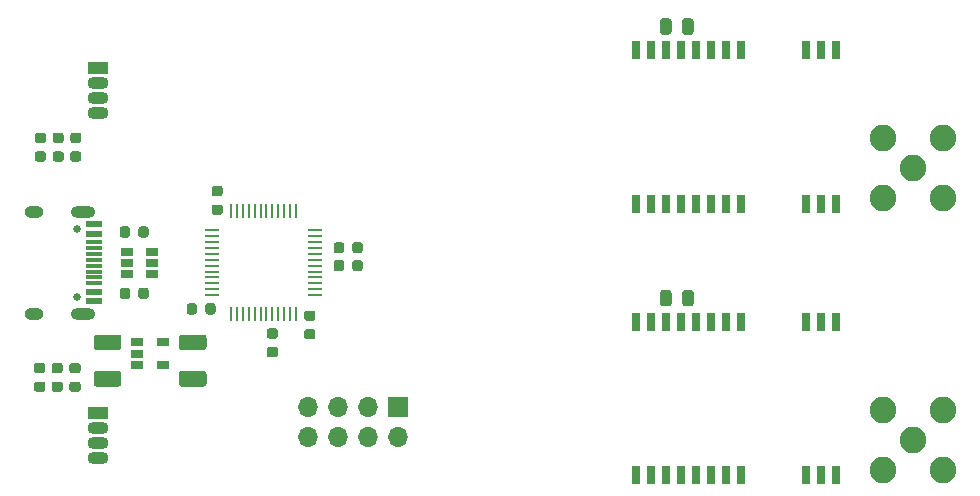
<source format=gbr>
G04 #@! TF.GenerationSoftware,KiCad,Pcbnew,5.1.8-db9833491~87~ubuntu20.04.1*
G04 #@! TF.CreationDate,2020-11-19T11:44:44+01:00*
G04 #@! TF.ProjectId,daisy,64616973-792e-46b6-9963-61645f706362,v1.0*
G04 #@! TF.SameCoordinates,Original*
G04 #@! TF.FileFunction,Soldermask,Top*
G04 #@! TF.FilePolarity,Negative*
%FSLAX46Y46*%
G04 Gerber Fmt 4.6, Leading zero omitted, Abs format (unit mm)*
G04 Created by KiCad (PCBNEW 5.1.8-db9833491~87~ubuntu20.04.1) date 2020-11-19 11:44:44*
%MOMM*%
%LPD*%
G01*
G04 APERTURE LIST*
%ADD10C,2.250000*%
%ADD11O,1.600000X1.000000*%
%ADD12C,0.650000*%
%ADD13O,2.100000X1.000000*%
%ADD14R,1.450000X0.300000*%
%ADD15R,1.450000X0.600000*%
%ADD16R,1.300000X0.250000*%
%ADD17R,0.250000X1.300000*%
%ADD18R,1.060000X0.650000*%
%ADD19O,1.800000X1.070000*%
%ADD20R,1.800000X1.070000*%
%ADD21R,1.700000X1.700000*%
%ADD22O,1.700000X1.700000*%
%ADD23R,0.750000X1.500000*%
G04 APERTURE END LIST*
D10*
X196000000Y-128500000D03*
X193460000Y-131040000D03*
X198540000Y-131040000D03*
X198540000Y-125960000D03*
X193460000Y-125960000D03*
X196000000Y-105500000D03*
X193460000Y-108040000D03*
X198540000Y-108040000D03*
X198540000Y-102960000D03*
X193460000Y-102960000D03*
D11*
X121530000Y-117820000D03*
D12*
X125180000Y-116390000D03*
D11*
X121530000Y-109180000D03*
D12*
X125180000Y-110610000D03*
D13*
X125710000Y-109180000D03*
X125710000Y-117820000D03*
D14*
X126625000Y-113250000D03*
X126625000Y-115250000D03*
X126625000Y-114750000D03*
X126625000Y-114250000D03*
X126625000Y-113750000D03*
X126625000Y-112750000D03*
X126625000Y-112250000D03*
X126625000Y-111750000D03*
D15*
X126625000Y-116750000D03*
X126625000Y-115950000D03*
X126625000Y-111050000D03*
X126625000Y-110250000D03*
X126625000Y-110250000D03*
X126625000Y-111050000D03*
X126625000Y-115950000D03*
X126625000Y-116750000D03*
D16*
X145350000Y-116250000D03*
X145350000Y-115750000D03*
X145350000Y-115250000D03*
X145350000Y-114750000D03*
X145350000Y-114250000D03*
X145350000Y-113750000D03*
X145350000Y-113250000D03*
X145350000Y-112750000D03*
X145350000Y-112250000D03*
X145350000Y-111750000D03*
X145350000Y-111250000D03*
X145350000Y-110750000D03*
D17*
X143750000Y-109150000D03*
X143250000Y-109150000D03*
X142750000Y-109150000D03*
X142250000Y-109150000D03*
X141750000Y-109150000D03*
X141250000Y-109150000D03*
X140750000Y-109150000D03*
X140250000Y-109150000D03*
X139750000Y-109150000D03*
X139250000Y-109150000D03*
X138750000Y-109150000D03*
X138250000Y-109150000D03*
D16*
X136650000Y-110750000D03*
X136650000Y-111250000D03*
X136650000Y-111750000D03*
X136650000Y-112250000D03*
X136650000Y-112750000D03*
X136650000Y-113250000D03*
X136650000Y-113750000D03*
X136650000Y-114250000D03*
X136650000Y-114750000D03*
X136650000Y-115250000D03*
X136650000Y-115750000D03*
X136650000Y-116250000D03*
D17*
X138250000Y-117850000D03*
X138750000Y-117850000D03*
X139250000Y-117850000D03*
X139750000Y-117850000D03*
X140250000Y-117850000D03*
X140750000Y-117850000D03*
X141250000Y-117850000D03*
X141750000Y-117850000D03*
X142250000Y-117850000D03*
X142750000Y-117850000D03*
X143250000Y-117850000D03*
X143750000Y-117850000D03*
G36*
G01*
X131275000Y-110643750D02*
X131275000Y-111156250D01*
G75*
G02*
X131056250Y-111375000I-218750J0D01*
G01*
X130618750Y-111375000D01*
G75*
G02*
X130400000Y-111156250I0J218750D01*
G01*
X130400000Y-110643750D01*
G75*
G02*
X130618750Y-110425000I218750J0D01*
G01*
X131056250Y-110425000D01*
G75*
G02*
X131275000Y-110643750I0J-218750D01*
G01*
G37*
G36*
G01*
X129700000Y-110643750D02*
X129700000Y-111156250D01*
G75*
G02*
X129481250Y-111375000I-218750J0D01*
G01*
X129043750Y-111375000D01*
G75*
G02*
X128825000Y-111156250I0J218750D01*
G01*
X128825000Y-110643750D01*
G75*
G02*
X129043750Y-110425000I218750J0D01*
G01*
X129481250Y-110425000D01*
G75*
G02*
X129700000Y-110643750I0J-218750D01*
G01*
G37*
G36*
G01*
X126874998Y-122665000D02*
X128725002Y-122665000D01*
G75*
G02*
X128975000Y-122914998I0J-249998D01*
G01*
X128975000Y-123740002D01*
G75*
G02*
X128725002Y-123990000I-249998J0D01*
G01*
X126874998Y-123990000D01*
G75*
G02*
X126625000Y-123740002I0J249998D01*
G01*
X126625000Y-122914998D01*
G75*
G02*
X126874998Y-122665000I249998J0D01*
G01*
G37*
G36*
G01*
X126874998Y-119590000D02*
X128725002Y-119590000D01*
G75*
G02*
X128975000Y-119839998I0J-249998D01*
G01*
X128975000Y-120665002D01*
G75*
G02*
X128725002Y-120915000I-249998J0D01*
G01*
X126874998Y-120915000D01*
G75*
G02*
X126625000Y-120665002I0J249998D01*
G01*
X126625000Y-119839998D01*
G75*
G02*
X126874998Y-119590000I249998J0D01*
G01*
G37*
G36*
G01*
X134074998Y-119587500D02*
X135925002Y-119587500D01*
G75*
G02*
X136175000Y-119837498I0J-249998D01*
G01*
X136175000Y-120662502D01*
G75*
G02*
X135925002Y-120912500I-249998J0D01*
G01*
X134074998Y-120912500D01*
G75*
G02*
X133825000Y-120662502I0J249998D01*
G01*
X133825000Y-119837498D01*
G75*
G02*
X134074998Y-119587500I249998J0D01*
G01*
G37*
G36*
G01*
X134074998Y-122662500D02*
X135925002Y-122662500D01*
G75*
G02*
X136175000Y-122912498I0J-249998D01*
G01*
X136175000Y-123737502D01*
G75*
G02*
X135925002Y-123987500I-249998J0D01*
G01*
X134074998Y-123987500D01*
G75*
G02*
X133825000Y-123737502I0J249998D01*
G01*
X133825000Y-122912498D01*
G75*
G02*
X134074998Y-122662500I249998J0D01*
G01*
G37*
G36*
G01*
X135370000Y-117153750D02*
X135370000Y-117666250D01*
G75*
G02*
X135151250Y-117885000I-218750J0D01*
G01*
X134713750Y-117885000D01*
G75*
G02*
X134495000Y-117666250I0J218750D01*
G01*
X134495000Y-117153750D01*
G75*
G02*
X134713750Y-116935000I218750J0D01*
G01*
X135151250Y-116935000D01*
G75*
G02*
X135370000Y-117153750I0J-218750D01*
G01*
G37*
G36*
G01*
X136945000Y-117153750D02*
X136945000Y-117666250D01*
G75*
G02*
X136726250Y-117885000I-218750J0D01*
G01*
X136288750Y-117885000D01*
G75*
G02*
X136070000Y-117666250I0J218750D01*
G01*
X136070000Y-117153750D01*
G75*
G02*
X136288750Y-116935000I218750J0D01*
G01*
X136726250Y-116935000D01*
G75*
G02*
X136945000Y-117153750I0J-218750D01*
G01*
G37*
G36*
G01*
X144653750Y-117545000D02*
X145166250Y-117545000D01*
G75*
G02*
X145385000Y-117763750I0J-218750D01*
G01*
X145385000Y-118201250D01*
G75*
G02*
X145166250Y-118420000I-218750J0D01*
G01*
X144653750Y-118420000D01*
G75*
G02*
X144435000Y-118201250I0J218750D01*
G01*
X144435000Y-117763750D01*
G75*
G02*
X144653750Y-117545000I218750J0D01*
G01*
G37*
G36*
G01*
X144653750Y-119120000D02*
X145166250Y-119120000D01*
G75*
G02*
X145385000Y-119338750I0J-218750D01*
G01*
X145385000Y-119776250D01*
G75*
G02*
X145166250Y-119995000I-218750J0D01*
G01*
X144653750Y-119995000D01*
G75*
G02*
X144435000Y-119776250I0J218750D01*
G01*
X144435000Y-119338750D01*
G75*
G02*
X144653750Y-119120000I218750J0D01*
G01*
G37*
G36*
G01*
X137336250Y-107870000D02*
X136823750Y-107870000D01*
G75*
G02*
X136605000Y-107651250I0J218750D01*
G01*
X136605000Y-107213750D01*
G75*
G02*
X136823750Y-106995000I218750J0D01*
G01*
X137336250Y-106995000D01*
G75*
G02*
X137555000Y-107213750I0J-218750D01*
G01*
X137555000Y-107651250D01*
G75*
G02*
X137336250Y-107870000I-218750J0D01*
G01*
G37*
G36*
G01*
X137336250Y-109445000D02*
X136823750Y-109445000D01*
G75*
G02*
X136605000Y-109226250I0J218750D01*
G01*
X136605000Y-108788750D01*
G75*
G02*
X136823750Y-108570000I218750J0D01*
G01*
X137336250Y-108570000D01*
G75*
G02*
X137555000Y-108788750I0J-218750D01*
G01*
X137555000Y-109226250D01*
G75*
G02*
X137336250Y-109445000I-218750J0D01*
G01*
G37*
G36*
G01*
X146945000Y-112496250D02*
X146945000Y-111983750D01*
G75*
G02*
X147163750Y-111765000I218750J0D01*
G01*
X147601250Y-111765000D01*
G75*
G02*
X147820000Y-111983750I0J-218750D01*
G01*
X147820000Y-112496250D01*
G75*
G02*
X147601250Y-112715000I-218750J0D01*
G01*
X147163750Y-112715000D01*
G75*
G02*
X146945000Y-112496250I0J218750D01*
G01*
G37*
G36*
G01*
X148520000Y-112496250D02*
X148520000Y-111983750D01*
G75*
G02*
X148738750Y-111765000I218750J0D01*
G01*
X149176250Y-111765000D01*
G75*
G02*
X149395000Y-111983750I0J-218750D01*
G01*
X149395000Y-112496250D01*
G75*
G02*
X149176250Y-112715000I-218750J0D01*
G01*
X148738750Y-112715000D01*
G75*
G02*
X148520000Y-112496250I0J218750D01*
G01*
G37*
G36*
G01*
X146945000Y-114006250D02*
X146945000Y-113493750D01*
G75*
G02*
X147163750Y-113275000I218750J0D01*
G01*
X147601250Y-113275000D01*
G75*
G02*
X147820000Y-113493750I0J-218750D01*
G01*
X147820000Y-114006250D01*
G75*
G02*
X147601250Y-114225000I-218750J0D01*
G01*
X147163750Y-114225000D01*
G75*
G02*
X146945000Y-114006250I0J218750D01*
G01*
G37*
G36*
G01*
X148520000Y-114006250D02*
X148520000Y-113493750D01*
G75*
G02*
X148738750Y-113275000I218750J0D01*
G01*
X149176250Y-113275000D01*
G75*
G02*
X149395000Y-113493750I0J-218750D01*
G01*
X149395000Y-114006250D01*
G75*
G02*
X149176250Y-114225000I-218750J0D01*
G01*
X148738750Y-114225000D01*
G75*
G02*
X148520000Y-114006250I0J218750D01*
G01*
G37*
G36*
G01*
X129700000Y-115843750D02*
X129700000Y-116356250D01*
G75*
G02*
X129481250Y-116575000I-218750J0D01*
G01*
X129043750Y-116575000D01*
G75*
G02*
X128825000Y-116356250I0J218750D01*
G01*
X128825000Y-115843750D01*
G75*
G02*
X129043750Y-115625000I218750J0D01*
G01*
X129481250Y-115625000D01*
G75*
G02*
X129700000Y-115843750I0J-218750D01*
G01*
G37*
G36*
G01*
X131275000Y-115843750D02*
X131275000Y-116356250D01*
G75*
G02*
X131056250Y-116575000I-218750J0D01*
G01*
X130618750Y-116575000D01*
G75*
G02*
X130400000Y-116356250I0J218750D01*
G01*
X130400000Y-115843750D01*
G75*
G02*
X130618750Y-115625000I218750J0D01*
G01*
X131056250Y-115625000D01*
G75*
G02*
X131275000Y-115843750I0J-218750D01*
G01*
G37*
G36*
G01*
X141493750Y-119055000D02*
X142006250Y-119055000D01*
G75*
G02*
X142225000Y-119273750I0J-218750D01*
G01*
X142225000Y-119711250D01*
G75*
G02*
X142006250Y-119930000I-218750J0D01*
G01*
X141493750Y-119930000D01*
G75*
G02*
X141275000Y-119711250I0J218750D01*
G01*
X141275000Y-119273750D01*
G75*
G02*
X141493750Y-119055000I218750J0D01*
G01*
G37*
G36*
G01*
X141493750Y-120630000D02*
X142006250Y-120630000D01*
G75*
G02*
X142225000Y-120848750I0J-218750D01*
G01*
X142225000Y-121286250D01*
G75*
G02*
X142006250Y-121505000I-218750J0D01*
G01*
X141493750Y-121505000D01*
G75*
G02*
X141275000Y-121286250I0J218750D01*
G01*
X141275000Y-120848750D01*
G75*
G02*
X141493750Y-120630000I218750J0D01*
G01*
G37*
G36*
G01*
X122366250Y-104945000D02*
X121853750Y-104945000D01*
G75*
G02*
X121635000Y-104726250I0J218750D01*
G01*
X121635000Y-104288750D01*
G75*
G02*
X121853750Y-104070000I218750J0D01*
G01*
X122366250Y-104070000D01*
G75*
G02*
X122585000Y-104288750I0J-218750D01*
G01*
X122585000Y-104726250D01*
G75*
G02*
X122366250Y-104945000I-218750J0D01*
G01*
G37*
G36*
G01*
X122366250Y-103370000D02*
X121853750Y-103370000D01*
G75*
G02*
X121635000Y-103151250I0J218750D01*
G01*
X121635000Y-102713750D01*
G75*
G02*
X121853750Y-102495000I218750J0D01*
G01*
X122366250Y-102495000D01*
G75*
G02*
X122585000Y-102713750I0J-218750D01*
G01*
X122585000Y-103151250D01*
G75*
G02*
X122366250Y-103370000I-218750J0D01*
G01*
G37*
G36*
G01*
X123866250Y-103370000D02*
X123353750Y-103370000D01*
G75*
G02*
X123135000Y-103151250I0J218750D01*
G01*
X123135000Y-102713750D01*
G75*
G02*
X123353750Y-102495000I218750J0D01*
G01*
X123866250Y-102495000D01*
G75*
G02*
X124085000Y-102713750I0J-218750D01*
G01*
X124085000Y-103151250D01*
G75*
G02*
X123866250Y-103370000I-218750J0D01*
G01*
G37*
G36*
G01*
X123866250Y-104945000D02*
X123353750Y-104945000D01*
G75*
G02*
X123135000Y-104726250I0J218750D01*
G01*
X123135000Y-104288750D01*
G75*
G02*
X123353750Y-104070000I218750J0D01*
G01*
X123866250Y-104070000D01*
G75*
G02*
X124085000Y-104288750I0J-218750D01*
G01*
X124085000Y-104726250D01*
G75*
G02*
X123866250Y-104945000I-218750J0D01*
G01*
G37*
G36*
G01*
X125366250Y-104945000D02*
X124853750Y-104945000D01*
G75*
G02*
X124635000Y-104726250I0J218750D01*
G01*
X124635000Y-104288750D01*
G75*
G02*
X124853750Y-104070000I218750J0D01*
G01*
X125366250Y-104070000D01*
G75*
G02*
X125585000Y-104288750I0J-218750D01*
G01*
X125585000Y-104726250D01*
G75*
G02*
X125366250Y-104945000I-218750J0D01*
G01*
G37*
G36*
G01*
X125366250Y-103370000D02*
X124853750Y-103370000D01*
G75*
G02*
X124635000Y-103151250I0J218750D01*
G01*
X124635000Y-102713750D01*
G75*
G02*
X124853750Y-102495000I218750J0D01*
G01*
X125366250Y-102495000D01*
G75*
G02*
X125585000Y-102713750I0J-218750D01*
G01*
X125585000Y-103151250D01*
G75*
G02*
X125366250Y-103370000I-218750J0D01*
G01*
G37*
G36*
G01*
X124783750Y-123560000D02*
X125296250Y-123560000D01*
G75*
G02*
X125515000Y-123778750I0J-218750D01*
G01*
X125515000Y-124216250D01*
G75*
G02*
X125296250Y-124435000I-218750J0D01*
G01*
X124783750Y-124435000D01*
G75*
G02*
X124565000Y-124216250I0J218750D01*
G01*
X124565000Y-123778750D01*
G75*
G02*
X124783750Y-123560000I218750J0D01*
G01*
G37*
G36*
G01*
X124783750Y-121985000D02*
X125296250Y-121985000D01*
G75*
G02*
X125515000Y-122203750I0J-218750D01*
G01*
X125515000Y-122641250D01*
G75*
G02*
X125296250Y-122860000I-218750J0D01*
G01*
X124783750Y-122860000D01*
G75*
G02*
X124565000Y-122641250I0J218750D01*
G01*
X124565000Y-122203750D01*
G75*
G02*
X124783750Y-121985000I218750J0D01*
G01*
G37*
D18*
X130300000Y-120250000D03*
X130300000Y-121200000D03*
X130300000Y-122150000D03*
X132500000Y-122150000D03*
X132500000Y-120250000D03*
X131600000Y-114450000D03*
X131600000Y-113500000D03*
X131600000Y-112550000D03*
X129400000Y-112550000D03*
X129400000Y-114450000D03*
X129400000Y-113500000D03*
D19*
X127000000Y-100810000D03*
X127000000Y-99540000D03*
X127000000Y-98270000D03*
D20*
X127000000Y-97000000D03*
X127000000Y-126200000D03*
D19*
X127000000Y-127470000D03*
X127000000Y-128740000D03*
X127000000Y-130010000D03*
G36*
G01*
X123273750Y-121985000D02*
X123786250Y-121985000D01*
G75*
G02*
X124005000Y-122203750I0J-218750D01*
G01*
X124005000Y-122641250D01*
G75*
G02*
X123786250Y-122860000I-218750J0D01*
G01*
X123273750Y-122860000D01*
G75*
G02*
X123055000Y-122641250I0J218750D01*
G01*
X123055000Y-122203750D01*
G75*
G02*
X123273750Y-121985000I218750J0D01*
G01*
G37*
G36*
G01*
X123273750Y-123560000D02*
X123786250Y-123560000D01*
G75*
G02*
X124005000Y-123778750I0J-218750D01*
G01*
X124005000Y-124216250D01*
G75*
G02*
X123786250Y-124435000I-218750J0D01*
G01*
X123273750Y-124435000D01*
G75*
G02*
X123055000Y-124216250I0J218750D01*
G01*
X123055000Y-123778750D01*
G75*
G02*
X123273750Y-123560000I218750J0D01*
G01*
G37*
G36*
G01*
X121783750Y-123560000D02*
X122296250Y-123560000D01*
G75*
G02*
X122515000Y-123778750I0J-218750D01*
G01*
X122515000Y-124216250D01*
G75*
G02*
X122296250Y-124435000I-218750J0D01*
G01*
X121783750Y-124435000D01*
G75*
G02*
X121565000Y-124216250I0J218750D01*
G01*
X121565000Y-123778750D01*
G75*
G02*
X121783750Y-123560000I218750J0D01*
G01*
G37*
G36*
G01*
X121783750Y-121985000D02*
X122296250Y-121985000D01*
G75*
G02*
X122515000Y-122203750I0J-218750D01*
G01*
X122515000Y-122641250D01*
G75*
G02*
X122296250Y-122860000I-218750J0D01*
G01*
X121783750Y-122860000D01*
G75*
G02*
X121565000Y-122641250I0J218750D01*
G01*
X121565000Y-122203750D01*
G75*
G02*
X121783750Y-121985000I218750J0D01*
G01*
G37*
G36*
G01*
X174575000Y-93956250D02*
X174575000Y-93043750D01*
G75*
G02*
X174818750Y-92800000I243750J0D01*
G01*
X175306250Y-92800000D01*
G75*
G02*
X175550000Y-93043750I0J-243750D01*
G01*
X175550000Y-93956250D01*
G75*
G02*
X175306250Y-94200000I-243750J0D01*
G01*
X174818750Y-94200000D01*
G75*
G02*
X174575000Y-93956250I0J243750D01*
G01*
G37*
G36*
G01*
X176450000Y-93956250D02*
X176450000Y-93043750D01*
G75*
G02*
X176693750Y-92800000I243750J0D01*
G01*
X177181250Y-92800000D01*
G75*
G02*
X177425000Y-93043750I0J-243750D01*
G01*
X177425000Y-93956250D01*
G75*
G02*
X177181250Y-94200000I-243750J0D01*
G01*
X176693750Y-94200000D01*
G75*
G02*
X176450000Y-93956250I0J243750D01*
G01*
G37*
G36*
G01*
X176450000Y-116956250D02*
X176450000Y-116043750D01*
G75*
G02*
X176693750Y-115800000I243750J0D01*
G01*
X177181250Y-115800000D01*
G75*
G02*
X177425000Y-116043750I0J-243750D01*
G01*
X177425000Y-116956250D01*
G75*
G02*
X177181250Y-117200000I-243750J0D01*
G01*
X176693750Y-117200000D01*
G75*
G02*
X176450000Y-116956250I0J243750D01*
G01*
G37*
G36*
G01*
X174575000Y-116956250D02*
X174575000Y-116043750D01*
G75*
G02*
X174818750Y-115800000I243750J0D01*
G01*
X175306250Y-115800000D01*
G75*
G02*
X175550000Y-116043750I0J-243750D01*
G01*
X175550000Y-116956250D01*
G75*
G02*
X175306250Y-117200000I-243750J0D01*
G01*
X174818750Y-117200000D01*
G75*
G02*
X174575000Y-116956250I0J243750D01*
G01*
G37*
D21*
X152400000Y-125730000D03*
D22*
X152400000Y-128270000D03*
X149860000Y-125730000D03*
X149860000Y-128270000D03*
X147320000Y-125730000D03*
X147320000Y-128270000D03*
X144780000Y-125730000D03*
X144780000Y-128270000D03*
D23*
X189500000Y-108500000D03*
X188230000Y-108500000D03*
X186960000Y-108500000D03*
X181390000Y-108500000D03*
X180120000Y-108500000D03*
X178850000Y-108500000D03*
X177580000Y-108500000D03*
X176310000Y-108500000D03*
X175040000Y-108500000D03*
X173770000Y-108500000D03*
X172500000Y-108500000D03*
X172500000Y-95500000D03*
X173770000Y-95500000D03*
X175040000Y-95500000D03*
X176310000Y-95500000D03*
X177580000Y-95500000D03*
X178850000Y-95500000D03*
X180120000Y-95500000D03*
X181390000Y-95500000D03*
X186960000Y-95500000D03*
X188230000Y-95500000D03*
X189500000Y-95500000D03*
X189500000Y-118500000D03*
X188230000Y-118500000D03*
X186960000Y-118500000D03*
X181390000Y-118500000D03*
X180120000Y-118500000D03*
X178850000Y-118500000D03*
X177580000Y-118500000D03*
X176310000Y-118500000D03*
X175040000Y-118500000D03*
X173770000Y-118500000D03*
X172500000Y-118500000D03*
X172500000Y-131500000D03*
X173770000Y-131500000D03*
X175040000Y-131500000D03*
X176310000Y-131500000D03*
X177580000Y-131500000D03*
X178850000Y-131500000D03*
X180120000Y-131500000D03*
X181390000Y-131500000D03*
X186960000Y-131500000D03*
X188230000Y-131500000D03*
X189500000Y-131500000D03*
M02*

</source>
